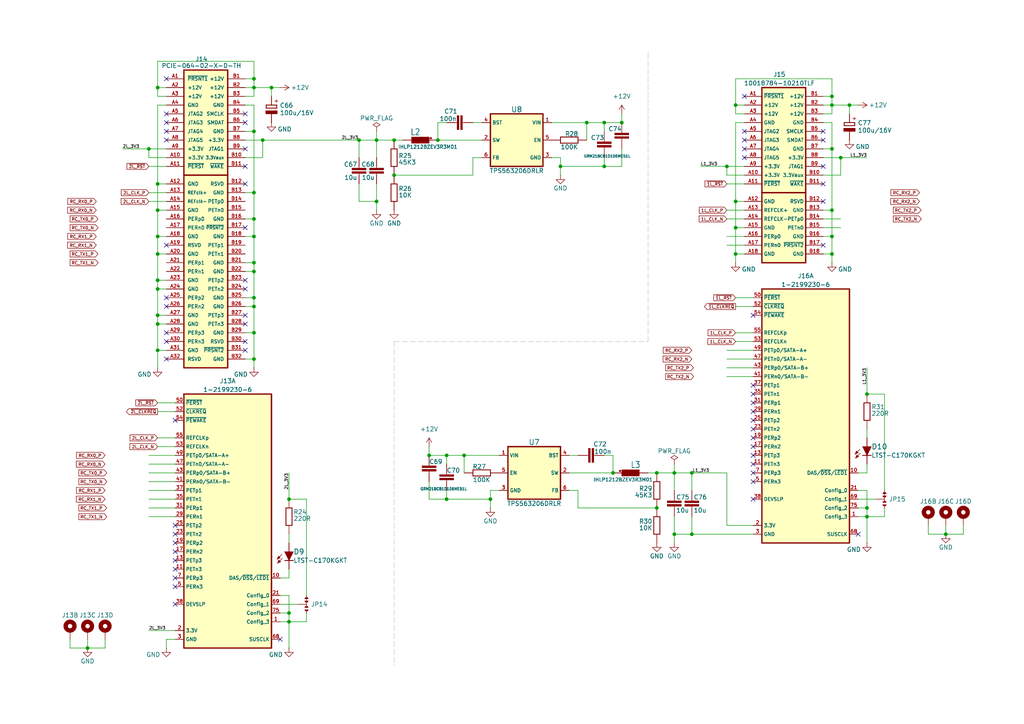
<source format=kicad_sch>
(kicad_sch (version 20231120) (generator "eeschema") (generator_version "8.0")
  (paper "A4")
  (title_block (date "2025-01-28") (rev "r1B1") (company "Chili.CHIPS"))
  (junction (at 175.26 35.56))
  (junction (at 73.66 38.1))
  (junction (at 213.36 58.42))
  (junction (at 213.36 30.48))
  (junction (at 241.3 43.18))
  (junction (at 45.72 81.28))
  (junction (at 83.82 180.34))
  (junction (at 127 40.64))
  (junction (at 73.66 76.2))
  (junction (at 180.34 35.56))
  (junction (at 200.66 137.16))
  (junction (at 190.5 137.16))
  (junction (at 45.72 93.98))
  (junction (at 114.3 40.64))
  (junction (at 251.46 114.3))
  (junction (at 43.18 43.18))
  (junction (at 246.38 30.48))
  (junction (at 175.26 48.26))
  (junction (at 76.2 40.64))
  (junction (at 45.72 25.4))
  (junction (at 73.66 63.5))
  (junction (at 200.66 154.94))
  (junction (at 45.72 83.82))
  (junction (at 83.82 144.78))
  (junction (at 251.46 149.86))
  (junction (at 45.72 73.66))
  (junction (at 177.8 137.16))
  (junction (at 73.66 25.4))
  (junction (at 274.32 154.94))
  (junction (at 213.36 73.66))
  (junction (at 73.66 96.52))
  (junction (at 73.66 55.88))
  (junction (at 243.84 45.72))
  (junction (at 190.5 147.32))
  (junction (at 73.66 68.58))
  (junction (at 114.3 50.8))
  (junction (at 241.3 68.58))
  (junction (at 241.3 60.96))
  (junction (at 73.66 78.74))
  (junction (at 162.56 48.26))
  (junction (at 83.82 177.8))
  (junction (at 73.66 88.9))
  (junction (at 241.3 27.94))
  (junction (at 78.74 25.4))
  (junction (at 73.66 22.86))
  (junction (at 134.62 132.08))
  (junction (at 109.22 58.42))
  (junction (at 241.3 73.66))
  (junction (at 104.14 40.64))
  (junction (at 45.72 91.44))
  (junction (at 195.58 154.94))
  (junction (at 73.66 86.36))
  (junction (at 129.54 132.08))
  (junction (at 251.46 147.32))
  (junction (at 241.3 30.48))
  (junction (at 129.54 144.78))
  (junction (at 73.66 104.14))
  (junction (at 45.72 60.96))
  (junction (at 45.72 101.6))
  (junction (at 25.4 187.96))
  (junction (at 195.58 137.16))
  (junction (at 124.46 132.08))
  (junction (at 45.72 53.34))
  (junction (at 109.22 40.64))
  (junction (at 142.24 144.78))
  (junction (at 170.18 35.56))
  (junction (at 213.36 66.04))
  (junction (at 45.72 68.58))
  (junction (at 210.82 48.26))
  (no_connect (at 50.8 165.1))
  (no_connect (at 238.76 53.34))
  (no_connect (at 215.9 40.64))
  (no_connect (at 238.76 58.42))
  (no_connect (at 48.26 104.14))
  (no_connect (at 71.12 99.06))
  (no_connect (at 71.12 53.34))
  (no_connect (at 48.26 40.64))
  (no_connect (at 50.8 121.92))
  (no_connect (at 215.9 38.1))
  (no_connect (at 48.26 35.56))
  (no_connect (at 218.44 111.76))
  (no_connect (at 248.92 154.94))
  (no_connect (at 238.76 71.12))
  (no_connect (at 218.44 91.44))
  (no_connect (at 218.44 144.78))
  (no_connect (at 71.12 83.82))
  (no_connect (at 50.8 157.48))
  (no_connect (at 218.44 121.92))
  (no_connect (at 71.12 93.98))
  (no_connect (at 238.76 48.26))
  (no_connect (at 215.9 27.94))
  (no_connect (at 218.44 132.08))
  (no_connect (at 238.76 40.64))
  (no_connect (at 215.9 45.72))
  (no_connect (at 48.26 33.02))
  (no_connect (at 48.26 96.52))
  (no_connect (at 71.12 101.6))
  (no_connect (at 71.12 91.44))
  (no_connect (at 218.44 116.84))
  (no_connect (at 50.8 154.94))
  (no_connect (at 48.26 99.06))
  (no_connect (at 50.8 160.02))
  (no_connect (at 50.8 167.64))
  (no_connect (at 71.12 81.28))
  (no_connect (at 50.8 152.4))
  (no_connect (at 71.12 35.56))
  (no_connect (at 48.26 71.12))
  (no_connect (at 218.44 127))
  (no_connect (at 71.12 66.04))
  (no_connect (at 218.44 114.3))
  (no_connect (at 50.8 170.18))
  (no_connect (at 238.76 38.1))
  (no_connect (at 215.9 43.18))
  (no_connect (at 71.12 43.18))
  (no_connect (at 218.44 119.38))
  (no_connect (at 48.26 86.36))
  (no_connect (at 218.44 137.16))
  (no_connect (at 218.44 139.7))
  (no_connect (at 81.28 185.42))
  (no_connect (at 218.44 124.46))
  (no_connect (at 48.26 88.9))
  (no_connect (at 48.26 22.86))
  (no_connect (at 48.26 38.1))
  (no_connect (at 218.44 129.54))
  (no_connect (at 71.12 33.02))
  (no_connect (at 71.12 48.26))
  (no_connect (at 50.8 175.26))
  (no_connect (at 50.8 162.56))
  (no_connect (at 218.44 134.62))
  (wire (pts (xy 81.28 177.8) (xy 83.82 177.8)))
  (wire (pts (xy 45.72 68.58) (xy 48.26 68.58)))
  (wire (pts (xy 213.36 22.86) (xy 213.36 30.48)))
  (wire (pts (xy 73.66 27.94) (xy 71.12 27.94)))
  (wire (pts (xy 45.72 60.96) (xy 45.72 68.58)))
  (wire (pts (xy 256.54 114.3) (xy 256.54 142.24)))
  (wire (pts (xy 71.12 88.9) (xy 73.66 88.9)))
  (wire (pts (xy 71.12 68.58) (xy 73.66 68.58)))
  (wire (pts (xy 45.72 27.94) (xy 48.26 27.94)))
  (wire (pts (xy 241.3 27.94) (xy 241.3 22.86)))
  (wire (pts (xy 134.62 132.08) (xy 134.62 137.16)))
  (wire (pts (xy 241.3 43.18) (xy 241.3 60.96)))
  (wire (pts (xy 210.82 48.26) (xy 210.82 50.8)))
  (wire (pts (xy 210.82 104.14) (xy 218.44 104.14)))
  (wire (pts (xy 73.66 68.58) (xy 73.66 76.2)))
  (wire (pts (xy 43.18 58.42) (xy 48.26 58.42)))
  (wire (pts (xy 175.26 35.56) (xy 170.18 35.56)))
  (wire (pts (xy 109.22 58.42) (xy 104.14 58.42)))
  (wire (pts (xy 274.32 154.94) (xy 279.4 154.94)))
  (wire (pts (xy 45.72 127) (xy 50.8 127)))
  (wire (pts (xy 137.16 50.8) (xy 129.54 50.8)))
  (wire (pts (xy 142.24 142.24) (xy 142.24 144.78)))
  (wire (pts (xy 45.72 68.58) (xy 45.72 73.66)))
  (wire (pts (xy 167.64 142.24) (xy 167.64 147.32)))
  (wire (pts (xy 210.82 68.58) (xy 215.9 68.58)))
  (wire (pts (xy 43.18 139.7) (xy 50.8 139.7)))
  (wire (pts (xy 200.66 137.16) (xy 210.82 137.16)))
  (wire (pts (xy 99.06 40.64) (xy 104.14 40.64)) (stroke (width 0.1524)))
  (wire (pts (xy 48.26 43.18) (xy 43.18 43.18)))
  (wire (pts (xy 251.46 147.32) (xy 251.46 149.86)))
  (wire (pts (xy 78.74 25.4) (xy 81.28 25.4)))
  (wire (pts (xy 251.46 124.46) (xy 251.46 127)))
  (wire (pts (xy 48.26 185.42) (xy 48.26 187.96)))
  (wire (pts (xy 43.18 137.16) (xy 50.8 137.16)))
  (wire (pts (xy 215.9 53.34) (xy 210.82 53.34)))
  (wire (pts (xy 195.58 137.16) (xy 200.66 137.16)) (stroke (width 0.1524)))
  (wire (pts (xy 144.78 142.24) (xy 142.24 142.24)))
  (wire (pts (xy 165.1 132.08) (xy 167.64 132.08)))
  (polyline (pts (xy 114.3 99.06) (xy 187.96 99.06)) (stroke (width 0.1524) (type dash) (color 194 194 194 1)))
  (wire (pts (xy 45.72 25.4) (xy 45.72 27.94)))
  (wire (pts (xy 238.76 35.56) (xy 241.3 35.56)))
  (wire (pts (xy 81.28 172.72) (xy 83.82 172.72)))
  (wire (pts (xy 248.92 149.86) (xy 251.46 149.86)))
  (wire (pts (xy 45.72 91.44) (xy 45.72 93.98)))
  (wire (pts (xy 25.4 187.96) (xy 30.48 187.96)))
  (wire (pts (xy 20.32 185.42) (xy 20.32 187.96)))
  (wire (pts (xy 203.2 48.26) (xy 210.82 48.26)))
  (wire (pts (xy 210.82 50.8) (xy 215.9 50.8)))
  (wire (pts (xy 129.54 50.8) (xy 114.3 50.8)) (stroke (width 0.1524)))
  (wire (pts (xy 43.18 45.72) (xy 43.18 43.18)))
  (wire (pts (xy 129.54 132.08) (xy 129.54 134.62)))
  (wire (pts (xy 109.22 40.64) (xy 104.14 40.64)) (stroke (width 0.1524)))
  (wire (pts (xy 269.24 152.4) (xy 269.24 154.94)))
  (wire (pts (xy 45.72 81.28) (xy 48.26 81.28)))
  (wire (pts (xy 88.9 180.34) (xy 88.9 177.8)))
  (wire (pts (xy 213.36 66.04) (xy 213.36 73.66)))
  (wire (pts (xy 124.46 132.08) (xy 129.54 132.08)))
  (wire (pts (xy 246.38 30.48) (xy 246.38 33.02)))
  (wire (pts (xy 241.3 60.96) (xy 241.3 68.58)))
  (wire (pts (xy 73.66 96.52) (xy 73.66 104.14)))
  (wire (pts (xy 134.62 132.08) (xy 144.78 132.08)))
  (wire (pts (xy 246.38 30.48) (xy 241.3 30.48)))
  (wire (pts (xy 25.4 185.42) (xy 25.4 187.96)))
  (wire (pts (xy 71.12 104.14) (xy 73.66 104.14)))
  (wire (pts (xy 243.84 45.72) (xy 243.84 50.8)))
  (wire (pts (xy 142.24 144.78) (xy 129.54 144.78)))
  (wire (pts (xy 30.48 185.42) (xy 30.48 187.96)))
  (wire (pts (xy 45.72 83.82) (xy 45.72 91.44)))
  (wire (pts (xy 124.46 144.78) (xy 124.46 139.7)))
  (wire (pts (xy 45.72 101.6) (xy 45.72 106.68)))
  (wire (pts (xy 210.82 106.68) (xy 218.44 106.68)))
  (wire (pts (xy 73.66 104.14) (xy 73.66 106.68)))
  (wire (pts (xy 241.3 73.66) (xy 241.3 68.58)))
  (wire (pts (xy 45.72 53.34) (xy 45.72 60.96)))
  (wire (pts (xy 73.66 88.9) (xy 73.66 96.52)))
  (wire (pts (xy 195.58 142.24) (xy 195.58 137.16)) (stroke (width 0.1524)))
  (wire (pts (xy 162.56 45.72) (xy 162.56 48.26)))
  (wire (pts (xy 210.82 152.4) (xy 218.44 152.4)))
  (wire (pts (xy 83.82 180.34) (xy 88.9 180.34)))
  (wire (pts (xy 165.1 142.24) (xy 167.64 142.24)))
  (wire (pts (xy 73.66 38.1) (xy 73.66 55.88)))
  (wire (pts (xy 129.54 132.08) (xy 134.62 132.08)))
  (wire (pts (xy 71.12 40.64) (xy 76.2 40.64)))
  (wire (pts (xy 162.56 48.26) (xy 175.26 48.26)))
  (wire (pts (xy 73.66 30.48) (xy 73.66 38.1)))
  (wire (pts (xy 142.24 144.78) (xy 142.24 147.32)))
  (wire (pts (xy 279.4 152.4) (xy 279.4 154.94)))
  (wire (pts (xy 129.54 35.56) (xy 127 35.56)) (stroke (width 0.1524)))
  (wire (pts (xy 71.12 25.4) (xy 73.66 25.4)))
  (wire (pts (xy 81.28 175.26) (xy 86.36 175.26)))
  (wire (pts (xy 73.66 55.88) (xy 73.66 63.5)))
  (wire (pts (xy 73.66 25.4) (xy 78.74 25.4)))
  (wire (pts (xy 274.32 152.4) (xy 274.32 154.94)))
  (wire (pts (xy 76.2 45.72) (xy 71.12 45.72)))
  (wire (pts (xy 43.18 55.88) (xy 48.26 55.88)))
  (wire (pts (xy 200.66 137.16) (xy 200.66 142.24)))
  (wire (pts (xy 215.9 33.02) (xy 213.36 33.02)))
  (wire (pts (xy 43.18 43.18) (xy 35.56 43.18)))
  (wire (pts (xy 71.12 96.52) (xy 73.66 96.52)))
  (wire (pts (xy 175.26 48.26) (xy 175.26 45.72)))
  (wire (pts (xy 210.82 63.5) (xy 215.9 63.5)))
  (wire (pts (xy 78.74 25.4) (xy 78.74 27.94)))
  (wire (pts (xy 83.82 154.94) (xy 83.82 157.48)))
  (wire (pts (xy 45.72 119.38) (xy 50.8 119.38)))
  (wire (pts (xy 45.72 91.44) (xy 48.26 91.44)))
  (wire (pts (xy 251.46 137.16) (xy 251.46 134.62)))
  (wire (pts (xy 73.66 63.5) (xy 73.66 68.58)))
  (wire (pts (xy 200.66 154.94) (xy 218.44 154.94)))
  (wire (pts (xy 175.26 147.32) (xy 190.5 147.32)) (stroke (width 0.1524)))
  (wire (pts (xy 248.92 30.48) (xy 246.38 30.48)))
  (wire (pts (xy 73.66 86.36) (xy 73.66 88.9)))
  (wire (pts (xy 50.8 185.42) (xy 48.26 185.42)))
  (wire (pts (xy 71.12 76.2) (xy 73.66 76.2)))
  (wire (pts (xy 241.3 30.48) (xy 241.3 33.02)))
  (wire (pts (xy 43.18 144.78) (xy 50.8 144.78)))
  (wire (pts (xy 88.9 144.78) (xy 88.9 172.72)))
  (wire (pts (xy 213.36 73.66) (xy 215.9 73.66)))
  (wire (pts (xy 45.72 30.48) (xy 45.72 53.34)))
  (wire (pts (xy 45.72 60.96) (xy 48.26 60.96)))
  (wire (pts (xy 71.12 30.48) (xy 73.66 30.48)))
  (wire (pts (xy 180.34 35.56) (xy 175.26 35.56)))
  (wire (pts (xy 167.64 147.32) (xy 175.26 147.32)))
  (wire (pts (xy 48.26 45.72) (xy 43.18 45.72)))
  (polyline (pts (xy 187.96 15.24) (xy 187.96 99.06)) (stroke (width 0.1524) (type dash) (color 194 194 194 1)))
  (wire (pts (xy 45.72 83.82) (xy 48.26 83.82)))
  (polyline (pts (xy 114.3 99.06) (xy 114.3 193.04)) (stroke (width 0.1524) (type dash) (color 194 194 194 1)))
  (wire (pts (xy 83.82 167.64) (xy 83.82 165.1)))
  (wire (pts (xy 210.82 60.96) (xy 215.9 60.96)))
  (wire (pts (xy 45.72 101.6) (xy 48.26 101.6)))
  (wire (pts (xy 248.92 137.16) (xy 251.46 137.16)))
  (wire (pts (xy 76.2 40.64) (xy 99.06 40.64)))
  (wire (pts (xy 213.36 58.42) (xy 213.36 66.04)))
  (wire (pts (xy 213.36 96.52) (xy 218.44 96.52)))
  (wire (pts (xy 45.72 116.84) (xy 50.8 116.84)))
  (wire (pts (xy 139.7 35.56) (xy 137.16 35.56)))
  (wire (pts (xy 160.02 45.72) (xy 162.56 45.72)))
  (wire (pts (xy 238.76 66.04) (xy 243.84 66.04)))
  (wire (pts (xy 43.18 134.62) (xy 50.8 134.62)))
  (wire (pts (xy 71.12 55.88) (xy 73.66 55.88)))
  (wire (pts (xy 251.46 106.68) (xy 251.46 114.3)))
  (wire (pts (xy 104.14 40.64) (xy 104.14 45.72)))
  (wire (pts (xy 81.28 167.64) (xy 83.82 167.64)))
  (wire (pts (xy 76.2 40.64) (xy 76.2 45.72)))
  (wire (pts (xy 116.84 40.64) (xy 114.3 40.64)) (stroke (width 0.1524)))
  (wire (pts (xy 137.16 45.72) (xy 137.16 50.8)))
  (wire (pts (xy 73.66 76.2) (xy 73.66 78.74)))
  (wire (pts (xy 241.3 60.96) (xy 238.76 60.96)))
  (wire (pts (xy 45.72 81.28) (xy 45.72 83.82)))
  (wire (pts (xy 195.58 154.94) (xy 195.58 157.48)))
  (wire (pts (xy 165.1 137.16) (xy 177.8 137.16)))
  (wire (pts (xy 210.82 101.6) (xy 218.44 101.6)))
  (wire (pts (xy 104.14 53.34) (xy 104.14 58.42)))
  (wire (pts (xy 45.72 129.54) (xy 50.8 129.54)))
  (wire (pts (xy 73.66 25.4) (xy 73.66 27.94)))
  (wire (pts (xy 215.9 30.48) (xy 213.36 30.48)))
  (wire (pts (xy 243.84 45.72) (xy 238.76 45.72)))
  (wire (pts (xy 238.76 63.5) (xy 243.84 63.5)))
  (wire (pts (xy 45.72 73.66) (xy 48.26 73.66)))
  (wire (pts (xy 215.9 35.56) (xy 213.36 35.56)))
  (wire (pts (xy 124.46 129.54) (xy 124.46 132.08)))
  (wire (pts (xy 238.76 73.66) (xy 241.3 73.66)))
  (wire (pts (xy 109.22 38.1) (xy 109.22 40.64)))
  (wire (pts (xy 269.24 154.94) (xy 274.32 154.94)))
  (wire (pts (xy 170.18 35.56) (xy 170.18 40.64)))
  (wire (pts (xy 241.3 33.02) (xy 238.76 33.02)))
  (wire (pts (xy 251.46 149.86) (xy 251.46 157.48)))
  (wire (pts (xy 73.66 17.78) (xy 73.66 22.86)))
  (wire (pts (xy 45.72 93.98) (xy 48.26 93.98)))
  (wire (pts (xy 162.56 48.26) (xy 162.56 50.8)))
  (wire (pts (xy 170.18 35.56) (xy 160.02 35.56)))
  (wire (pts (xy 180.34 48.26) (xy 180.34 43.18)))
  (wire (pts (xy 213.36 66.04) (xy 215.9 66.04)))
  (wire (pts (xy 256.54 149.86) (xy 256.54 147.32)))
  (wire (pts (xy 213.36 33.02) (xy 213.36 30.48)))
  (wire (pts (xy 213.36 86.36) (xy 218.44 86.36)))
  (wire (pts (xy 139.7 40.64) (xy 127 40.64)))
  (wire (pts (xy 215.9 48.26) (xy 210.82 48.26)))
  (wire (pts (xy 83.82 172.72) (xy 83.82 177.8)))
  (wire (pts (xy 251.46 149.86) (xy 256.54 149.86)))
  (wire (pts (xy 43.18 142.24) (xy 50.8 142.24)))
  (wire (pts (xy 109.22 53.34) (xy 109.22 58.42)) (stroke (width 0.1524)))
  (wire (pts (xy 243.84 50.8) (xy 238.76 50.8)))
  (wire (pts (xy 195.58 154.94) (xy 200.66 154.94)))
  (wire (pts (xy 45.72 53.34) (xy 48.26 53.34)))
  (wire (pts (xy 213.36 88.9) (xy 218.44 88.9)))
  (wire (pts (xy 45.72 93.98) (xy 45.72 101.6)))
  (wire (pts (xy 73.66 22.86) (xy 73.66 25.4)))
  (wire (pts (xy 71.12 86.36) (xy 73.66 86.36)))
  (wire (pts (xy 177.8 132.08) (xy 177.8 137.16)) (stroke (width 0.1524)))
  (wire (pts (xy 248.92 144.78) (xy 254 144.78)))
  (wire (pts (xy 190.5 137.16) (xy 195.58 137.16)) (stroke (width 0.1524)))
  (wire (pts (xy 195.58 134.62) (xy 195.58 137.16)))
  (wire (pts (xy 175.26 132.08) (xy 177.8 132.08)) (stroke (width 0.1524)))
  (wire (pts (xy 241.3 30.48) (xy 238.76 30.48)))
  (wire (pts (xy 45.72 73.66) (xy 45.72 81.28)))
  (wire (pts (xy 109.22 45.72) (xy 109.22 40.64)) (stroke (width 0.1524)))
  (wire (pts (xy 241.3 73.66) (xy 241.3 76.2)))
  (wire (pts (xy 43.18 132.08) (xy 50.8 132.08)))
  (wire (pts (xy 71.12 63.5) (xy 73.66 63.5)))
  (wire (pts (xy 71.12 38.1) (xy 73.66 38.1)))
  (wire (pts (xy 187.96 137.16) (xy 190.5 137.16)) (stroke (width 0.1524)))
  (wire (pts (xy 213.36 35.56) (xy 213.36 58.42)))
  (wire (pts (xy 248.92 147.32) (xy 251.46 147.32)))
  (wire (pts (xy 180.34 33.02) (xy 180.34 35.56)))
  (wire (pts (xy 83.82 144.78) (xy 88.9 144.78)))
  (wire (pts (xy 83.82 180.34) (xy 83.82 187.96)))
  (wire (pts (xy 43.18 149.86) (xy 50.8 149.86)))
  (wire (pts (xy 139.7 45.72) (xy 137.16 45.72)))
  (wire (pts (xy 175.26 48.26) (xy 180.34 48.26)))
  (wire (pts (xy 213.36 99.06) (xy 218.44 99.06)))
  (wire (pts (xy 114.3 40.64) (xy 109.22 40.64)) (stroke (width 0.1524)))
  (wire (pts (xy 45.72 17.78) (xy 73.66 17.78)))
  (wire (pts (xy 210.82 109.22) (xy 218.44 109.22)))
  (wire (pts (xy 73.66 78.74) (xy 73.66 86.36)))
  (wire (pts (xy 43.18 147.32) (xy 50.8 147.32)))
  (wire (pts (xy 175.26 35.56) (xy 175.26 38.1)))
  (wire (pts (xy 248.92 142.24) (xy 251.46 142.24)))
  (wire (pts (xy 43.18 182.88) (xy 50.8 182.88)))
  (wire (pts (xy 241.3 22.86) (xy 213.36 22.86)))
  (wire (pts (xy 215.9 58.42) (xy 213.36 58.42)))
  (wire (pts (xy 83.82 137.16) (xy 83.82 144.78)))
  (wire (pts (xy 129.54 144.78) (xy 124.46 144.78)))
  (wire (pts (xy 243.84 45.72) (xy 251.46 45.72)))
  (wire (pts (xy 127 35.56) (xy 127 40.64)) (stroke (width 0.1524)))
  (wire (pts (xy 81.28 180.34) (xy 83.82 180.34)))
  (wire (pts (xy 129.54 144.78) (xy 129.54 142.24)))
  (wire (pts (xy 109.22 58.42) (xy 109.22 60.96)))
  (wire (pts (xy 238.76 68.58) (xy 241.3 68.58)))
  (wire (pts (xy 251.46 114.3) (xy 256.54 114.3)))
  (wire (pts (xy 43.18 48.26) (xy 48.26 48.26)))
  (wire (pts (xy 83.82 177.8) (xy 83.82 180.34)))
  (wire (pts (xy 195.58 149.86) (xy 195.58 154.94)) (stroke (width 0.1524)))
  (wire (pts (xy 71.12 78.74) (xy 73.66 78.74)))
  (wire (pts (xy 210.82 71.12) (xy 215.9 71.12)))
  (wire (pts (xy 241.3 27.94) (xy 241.3 30.48)))
  (wire (pts (xy 48.26 25.4) (xy 45.72 25.4)))
  (wire (pts (xy 200.66 149.86) (xy 200.66 154.94)))
  (wire (pts (xy 20.32 187.96) (xy 25.4 187.96)))
  (wire (pts (xy 241.3 27.94) (xy 238.76 27.94)))
  (wire (pts (xy 48.26 30.48) (xy 45.72 30.48)))
  (wire (pts (xy 71.12 22.86) (xy 73.66 22.86)))
  (wire (pts (xy 241.3 35.56) (xy 241.3 43.18)))
  (wire (pts (xy 210.82 137.16) (xy 210.82 152.4)))
  (wire (pts (xy 213.36 73.66) (xy 213.36 76.2)))
  (wire (pts (xy 241.3 43.18) (xy 238.76 43.18)))
  (wire (pts (xy 251.46 142.24) (xy 251.46 147.32)))
  (wire (pts (xy 45.72 25.4) (xy 45.72 17.78)))
  (label "L1_3V3" (at 251.46 106.68 270) (effects (font (size 0.889 0.889))))
  (label "2L_3V3" (at 43.18 182.88 0) (effects (font (size 0.889 0.889))))
  (label "2L_3V3" (at 35.56 43.18 0) (effects (font (size 0.889 0.889))))
  (label "2L_3V3" (at 99.06 40.64 0) (effects (font (size 0.889 0.889))))
  (label "L1_3V3" (at 251.46 45.72 180) (effects (font (size 0.889 0.889))))
  (label "2L_3V3" (at 83.82 137.16 270) (effects (font (size 0.889 0.889))))
  (label "L1_3V3" (at 203.2 48.26 0) (effects (font (size 0.889 0.889))))
  (label "L1_3V3" (at 205.74 137.16 180) (effects (font (size 0.889 0.889))))
  (global_label "RC_RX2_P" (shape input) (at 200.66 101.6 180) (effects (font (size 0.889 0.889))) (property "Intersheetrefs" "${INTERSHEET_REFS}" (effects (hide yes))))
  (global_label "RC_RX0_P" (shape input) (at 30.48 132.08 180) (effects (font (size 0.889 0.889))) (property "Intersheetrefs" "${INTERSHEET_REFS}" (effects (hide yes))))
  (global_label "RC_RX1_N" (shape input) (at 30.48 144.78 180) (effects (font (size 0.889 0.889))) (property "Intersheetrefs" "${INTERSHEET_REFS}" (effects (hide yes))))
  (global_label "RC_TX0_N" (shape output) (at 22.86 139.7 0) (effects (font (size 0.889 0.889))) (property "Intersheetrefs" "${INTERSHEET_REFS}" (effects (hide yes))))
  (global_label "~{1L_RST}" (shape input) (at 213.36 86.36 180) (effects (font (size 0.889 0.889))) (property "Intersheetrefs" "${INTERSHEET_REFS}" (effects (hide yes))))
  (global_label "~{2L_RST}" (shape input) (at 45.72 116.84 180) (effects (font (size 0.889 0.889))) (property "Intersheetrefs" "${INTERSHEET_REFS}" (effects (hide yes))))
  (global_label "~{1L_RST}" (shape input) (at 210.82 53.34 180) (effects (font (size 0.889 0.889))) (property "Intersheetrefs" "${INTERSHEET_REFS}" (effects (hide yes))))
  (global_label "RC_RX1_P" (shape input) (at 27.94 68.58 180) (effects (font (size 0.889 0.889))) (property "Intersheetrefs" "${INTERSHEET_REFS}" (effects (hide yes))))
  (global_label "1L_CLK_N" (shape input) (at 213.36 99.06 180) (effects (font (size 0.889 0.889))) (property "Intersheetrefs" "${INTERSHEET_REFS}" (effects (hide yes))))
  (global_label "1L_CLK_P" (shape input) (at 213.36 96.52 180) (effects (font (size 0.889 0.889))) (property "Intersheetrefs" "${INTERSHEET_REFS}" (effects (hide yes))))
  (global_label "1L_CLK_P" (shape input) (at 210.82 60.96 180) (effects (font (size 0.889 0.889))) (property "Intersheetrefs" "${INTERSHEET_REFS}" (effects (hide yes))))
  (global_label "RC_TX2_N" (shape output) (at 193.04 109.22 0) (effects (font (size 0.889 0.889))) (property "Intersheetrefs" "${INTERSHEET_REFS}" (effects (hide yes))))
  (global_label "RC_TX1_N" (shape output) (at 20.32 76.2 0) (effects (font (size 0.889 0.889))) (property "Intersheetrefs" "${INTERSHEET_REFS}" (effects (hide yes))))
  (global_label "RC_TX2_N" (shape output) (at 259.08 63.5 0) (effects (font (size 0.889 0.889))) (property "Intersheetrefs" "${INTERSHEET_REFS}" (effects (hide yes))))
  (global_label "2L_CLK_N" (shape input) (at 43.18 58.42 180) (effects (font (size 0.889 0.889))) (property "Intersheetrefs" "${INTERSHEET_REFS}" (effects (hide yes))))
  (global_label "RC_RX1_P" (shape input) (at 30.48 142.24 180) (effects (font (size 0.889 0.889))) (property "Intersheetrefs" "${INTERSHEET_REFS}" (effects (hide yes))))
  (global_label "RC_RX0_N" (shape input) (at 30.48 134.62 180) (effects (font (size 0.889 0.889))) (property "Intersheetrefs" "${INTERSHEET_REFS}" (effects (hide yes))))
  (global_label "2L_CLK_P" (shape input) (at 45.72 127 180) (effects (font (size 0.889 0.889))) (property "Intersheetrefs" "${INTERSHEET_REFS}" (effects (hide yes))))
  (global_label "RC_TX1_P" (shape output) (at 20.32 73.66 0) (effects (font (size 0.889 0.889))) (property "Intersheetrefs" "${INTERSHEET_REFS}" (effects (hide yes))))
  (global_label "~{2L_RST}" (shape input) (at 43.18 48.26 180) (effects (font (size 0.889 0.889))) (property "Intersheetrefs" "${INTERSHEET_REFS}" (effects (hide yes))))
  (global_label "2L_CLK_P" (shape input) (at 43.18 55.88 180) (effects (font (size 0.889 0.889))) (property "Intersheetrefs" "${INTERSHEET_REFS}" (effects (hide yes))))
  (global_label "RC_TX1_N" (shape output) (at 22.86 149.86 0) (effects (font (size 0.889 0.889))) (property "Intersheetrefs" "${INTERSHEET_REFS}" (effects (hide yes))))
  (global_label "RC_TX2_P" (shape output) (at 193.04 106.68 0) (effects (font (size 0.889 0.889))) (property "Intersheetrefs" "${INTERSHEET_REFS}" (effects (hide yes))))
  (global_label "RC_RX0_P" (shape input) (at 27.94 58.42 180) (effects (font (size 0.889 0.889))) (property "Intersheetrefs" "${INTERSHEET_REFS}" (effects (hide yes))))
  (global_label "~{1L_CLKREQ}" (shape output) (at 213.36 88.9 180) (effects (font (size 0.889 0.889))) (property "Intersheetrefs" "${INTERSHEET_REFS}" (effects (hide yes))))
  (global_label "RC_RX1_N" (shape input) (at 27.94 71.12 180) (effects (font (size 0.889 0.889))) (property "Intersheetrefs" "${INTERSHEET_REFS}" (effects (hide yes))))
  (global_label "RC_TX1_P" (shape output) (at 22.86 147.32 0) (effects (font (size 0.889 0.889))) (property "Intersheetrefs" "${INTERSHEET_REFS}" (effects (hide yes))))
  (global_label "RC_TX2_P" (shape output) (at 259.08 60.96 0) (effects (font (size 0.889 0.889))) (property "Intersheetrefs" "${INTERSHEET_REFS}" (effects (hide yes))))
  (global_label "RC_TX0_P" (shape output) (at 20.32 63.5 0) (effects (font (size 0.889 0.889))) (property "Intersheetrefs" "${INTERSHEET_REFS}" (effects (hide yes))))
  (global_label "~{2L_CLKREQ}" (shape output) (at 45.72 119.38 180) (effects (font (size 0.889 0.889))) (property "Intersheetrefs" "${INTERSHEET_REFS}" (effects (hide yes))))
  (global_label "RC_RX2_P" (shape input) (at 266.7 55.88 180) (effects (font (size 0.889 0.889))) (property "Intersheetrefs" "${INTERSHEET_REFS}" (effects (hide yes))))
  (global_label "RC_RX2_N" (shape input) (at 200.66 104.14 180) (effects (font (size 0.889 0.889))) (property "Intersheetrefs" "${INTERSHEET_REFS}" (effects (hide yes))))
  (global_label "1L_CLK_N" (shape input) (at 210.82 63.5 180) (effects (font (size 0.889 0.889))) (property "Intersheetrefs" "${INTERSHEET_REFS}" (effects (hide yes))))
  (global_label "RC_TX0_P" (shape output) (at 22.86 137.16 0) (effects (font (size 0.889 0.889))) (property "Intersheetrefs" "${INTERSHEET_REFS}" (effects (hide yes))))
  (global_label "RC_TX0_N" (shape output) (at 20.32 66.04 0) (effects (font (size 0.889 0.889))) (property "Intersheetrefs" "${INTERSHEET_REFS}" (effects (hide yes))))
  (global_label "2L_CLK_N" (shape input) (at 45.72 129.54 180) (effects (font (size 0.889 0.889))) (property "Intersheetrefs" "${INTERSHEET_REFS}" (effects (hide yes))))
  (global_label "RC_RX0_N" (shape input) (at 27.94 60.96 180) (effects (font (size 0.889 0.889))) (property "Intersheetrefs" "${INTERSHEET_REFS}" (effects (hide yes))))
  (global_label "RC_RX2_N" (shape input) (at 266.7 58.42 180) (effects (font (size 0.889 0.889))) (property "Intersheetrefs" "${INTERSHEET_REFS}" (effects (hide yes))))
  (symbol (lib_id "PCM_Chili-chips:TPS563202DRLR ") (at 157.48 33.02 0) (mirror y) (unit 1)
    (property "Reference" "U8" (at 149.86 31.75 0) (effects (font (size 1.524 1.524))))
    (property "Value" "TPS563206DRLR" (at 149.86 49.53 0))
    (property "Footprint" "PCM_Chili-chips:SOT_07SDRLR_TEX-L" (effects (hide yes)))
    (property "Description" "4.2V to 17V Input, 3A, Synchronous Buck Converter" (effects (hide yes)))
  )
  (symbol (lib_id "PCM_EEZ_passives:C-EU") (at 134.62 35.56 270) (mirror x) (unit 1)
    (property "Reference" "C71" (at 132.715 33.02 90) (effects (justify right top)))
    (property "Value" "100n" (at 132.461 35.179 90) (effects (justify right top)))
    (property "Footprint" "PCM_EEZ_passives:C_0603_1608Metric" (effects (hide yes)))
    (property "DigiKey" "1276-1000-1-ND" (effects (hide yes)))
    (property "Mouser" "187-CL10B104KB8NNNC " (effects (hide yes)))
    (property "TME" "CL10B104KB8NNNC" (effects (hide yes)))
  )
  (symbol (lib_id "PCM_EEZ_passives:R-EU") (at 190.5 142.24 0) (mirror y) (unit 1)
    (property "Reference" "R29" (at 189.23 140.97 0) (effects (justify left top)))
    (property "Value" "45K3" (at 189.23 142.875 0) (effects (justify left top)))
    (property "Footprint" "PCM_EEZ_passives:R_0603_1608Metric" (effects (hide yes)))
    (property "DigiKey" "P52.3KDBCT-ND" (effects (hide yes)))
    (property "Mouser" "667-ERA-3AEB5232V" (effects (hide yes)))
    (property "TME" "ERA3AEB5232V" (effects (hide yes)))
  )
  (symbol (lib_id "PCM_EEZ_passives:C-EU") (at 180.34 40.64 0) (mirror x) (unit 1)
    (property "Reference" "C74" (at 180.34 38.1 0) (effects (justify right top)))
    (property "Value" "GRM21BC81D106ME51L" (effects (hide yes)))
    (property "Footprint" "PCM_EEZ_passives:C_0805_2012Metric" (effects (hide yes)))
    (property "DigiKey" "1276-1000-1-ND" (effects (hide yes)))
    (property "Mouser" "187-CL10B104KB8NNNC " (effects (hide yes)))
    (property "TME" "CL10B104KB8NNNC" (effects (hide yes)))
  )
  (symbol (lib_id "power:+12V") (at 124.46 129.54 0) (unit 1)
    (property "Reference" "#PWR093" (effects (hide yes)))
    (property "Value" "+12V" (at 124.46 124.46 0))
    (property "Description" "Power symbol creates a global label with name \"+12V\"" (effects (hide yes)))
  )
  (symbol (lib_id "power:GND") (at 195.58 157.48 0) (mirror y) (unit 1)
    (property "Reference" "#PWR098" (effects (hide yes)))
    (property "Value" "GND" (at 195.58 161.29 0))
    (property "Description" "Power symbol creates a global label with name \"GND\" , ground" (effects (hide yes)))
  )
  (symbol (lib_id "PCM_EEZ_passives:C-EU") (at 175.26 43.18 0) (mirror x) (unit 1)
    (property "Reference" "C73" (at 175.26 40.64 0) (effects (justify right top)))
    (property "Value" "GRM21BC81D106ME51L" (at 182.88 45.72 0) (effects (font (size 0.762 0.762)) (justify right top)))
    (property "Footprint" "PCM_EEZ_passives:C_0805_2012Metric" (effects (hide yes)))
    (property "DigiKey" "1276-1000-1-ND" (effects (hide yes)))
    (property "Mouser" "187-CL10B104KB8NNNC " (effects (hide yes)))
    (property "TME" "CL10B104KB8NNNC" (effects (hide yes)))
  )
  (symbol (lib_id "PCM_EEZ_passives:C-EU") (at 104.14 50.8 0) (mirror x) (unit 1)
    (property "Reference" "C67" (at 103.632 48.4124 0) (effects (justify right top)))
    (property "Value" "10u" (at 103.632 52.2224 0) (effects (justify right top)))
    (property "Footprint" "PCM_EEZ_passives:C_0805_2012Metric" (effects (hide yes)))
    (property "DigiKey" "1276-1052-6-ND" (effects (hide yes)))
    (property "Mouser" "187-CL21A106KPFNNNE" (effects (hide yes)))
    (property "TME" "CL21A106KPFNNNE" (effects (hide yes)))
  )
  (symbol (lib_id "power:PWR_FLAG") (at 195.58 134.62 0) (unit 1)
    (property "Reference" "#FLG04" (effects (hide yes)))
    (property "Value" "PWR_FLAG" (at 195.58 130.81 0))
    (property "Description" "Special symbol for telling ERC where power comes from" (effects (hide yes)))
  )
  (symbol (lib_id "PCM_EEZ_passives:C-EU") (at 129.54 139.7 180) (unit 1)
    (property "Reference" "C70" (at 129.54 137.16 0) (effects (justify right top)))
    (property "Value" "GRM21BC81D106ME51L" (at 121.92 142.24 0) (effects (font (size 0.762 0.762)) (justify right top)))
    (property "Footprint" "PCM_EEZ_passives:C_0805_2012Metric" (effects (hide yes)))
    (property "DigiKey" "1276-1000-1-ND" (effects (hide yes)))
    (property "Mouser" "187-CL10B104KB8NNNC " (effects (hide yes)))
    (property "TME" "CL10B104KB8NNNC" (effects (hide yes)))
  )
  (symbol (lib_id "power:GND") (at 78.74 35.56 0) (unit 1)
    (property "Reference" "#PWR088" (effects (hide yes)))
    (property "Value" "GND" (at 82.55 37.465 0))
    (property "Description" "Power symbol creates a global label with name \"GND\" , ground" (effects (hide yes)))
  )
  (symbol (lib_id "PCM_EEZ_passives:R-EU") (at 139.7 137.16 90) (mirror x) (unit 1)
    (property "Reference" "R27" (at 140.97 134.62 90) (effects (justify left top)))
    (property "Value" "100K" (at 142.24 138.43 90) (effects (justify left top)))
    (property "Footprint" "PCM_EEZ_passives:R_0603_1608Metric" (effects (hide yes)))
    (property "DigiKey" "P52.3KDBCT-ND" (effects (hide yes)))
    (property "Mouser" "667-ERA-3AEB5232V" (effects (hide yes)))
    (property "TME" "ERA3AEB5232V" (effects (hide yes)))
  )
  (symbol (lib_id "power:PWR_FLAG") (at 109.22 38.1 0) (mirror y) (unit 1)
    (property "Reference" "#FLG03" (effects (hide yes)))
    (property "Value" "PWR_FLAG" (at 109.22 34.29 0))
    (property "Description" "Special symbol for telling ERC where power comes from" (effects (hide yes)))
  )
  (symbol (lib_id "PCM_EEZ_passives:C-EU") (at 200.66 147.32 180) (unit 1)
    (property "Reference" "C76" (at 201.168 144.9324 0) (effects (justify right top)))
    (property "Value" "10u" (at 201.168 148.7424 0) (effects (justify right top)))
    (property "Footprint" "PCM_EEZ_passives:C_0805_2012Metric" (effects (hide yes)))
    (property "DigiKey" "1276-1052-6-ND" (effects (hide yes)))
    (property "Mouser" "187-CL21A106KPFNNNE" (effects (hide yes)))
    (property "TME" "CL21A106KPFNNNE" (effects (hide yes)))
  )
  (symbol (lib_id "PCM_EEZ_passives:L_EU_polarised") (at 121.92 40.64 0) (mirror y) (unit 1)
    (property "Reference" "L2" (at 121.92 39.2684 0) (effects (font (size 1.778 1.5113)) (justify left bottom)))
    (property "Value" "IHLP1212BZEV3R3M01" (at 132.715 43.18 0) (effects (font (size 1.016 1.016)) (justify left bottom)))
    (property "Footprint" "PCM_Chili-chips:IND_IHLP1212BZER3R3M11" (effects (hide yes)))
    (property "TME" "-" (effects (hide yes)))
  )
  (symbol (lib_id "power:GND") (at 246.38 40.64 0) (unit 1)
    (property "Reference" "#PWR0101" (effects (hide yes)))
    (property "Value" "GND" (at 250.19 42.545 0))
    (property "Description" "Power symbol creates a global label with name \"GND\" , ground" (effects (hide yes)))
  )
  (symbol (lib_id "power:GND") (at 114.3 60.96 0) (unit 1)
    (property "Reference" "#PWR092" (effects (hide yes)))
    (property "Value" "GND" (at 114.3 64.77 0))
    (property "Description" "Power symbol creates a global label with name \"GND\" , ground" (effects (hide yes)))
  )
  (symbol (lib_id "PCM_EEZ_passives:R-EU") (at 114.3 55.88 0) (unit 1)
    (property "Reference" "R26" (at 115.57 53.975 0) (effects (justify left top)))
    (property "Value" "10K" (at 115.57 55.88 0) (effects (justify left top)))
    (property "Footprint" "PCM_EEZ_passives:R_0603_1608Metric" (effects (hide yes)))
    (property "DigiKey" "13-RC0603FR-1310KLCT-ND" (effects (hide yes)))
    (property "Mouser" "603-RC0603FR-1310KL" (effects (hide yes)))
    (property "TME" "RC0603FR-1310KL" (effects (hide yes)))
  )
  (symbol (lib_id "power:GND") (at 213.36 76.2 0) (unit 1)
    (property "Reference" "#PWR099" (effects (hide yes)))
    (property "Value" "GND" (at 217.17 78.105 0))
    (property "Description" "Power symbol creates a global label with name \"GND\" , ground" (effects (hide yes)))
  )
  (symbol (lib_id "PCM_EEZ_passives:C-EU") (at 109.22 50.8 0) (mirror x) (unit 1)
    (property "Reference" "C68" (at 108.712 48.4124 0) (effects (justify right top)))
    (property "Value" "10u" (at 108.712 52.2224 0) (effects (justify right top)))
    (property "Footprint" "PCM_EEZ_passives:C_0805_2012Metric" (effects (hide yes)))
    (property "DigiKey" "1276-1052-6-ND" (effects (hide yes)))
    (property "Mouser" "187-CL21A106KPFNNNE" (effects (hide yes)))
    (property "TME" "CL21A106KPFNNNE" (effects (hide yes)))
  )
  (symbol (lib_id "power:GND") (at 45.72 106.68 0) (mirror y) (unit 1)
    (property "Reference" "#PWR085" (effects (hide yes)))
    (property "Value" "GND" (at 41.91 108.585 0))
    (property "Description" "Power symbol creates a global label with name \"GND\" , ground" (effects (hide yes)))
  )
  (symbol (lib_id "PCM_EEZ_passives:ECAP") (at 246.38 35.56 0) (mirror y) (unit 1)
    (property "Reference" "C77" (at 248.793 34.925 0) (effects (justify right top)))
    (property "Value" "100u/16V" (at 248.793 37.084 0) (effects (justify right top)))
    (property "Footprint" "PCM_EEZ_passives:CAPAE660X610N" (effects (hide yes)))
    (property "DigiKey" "PCE4579CT-ND" (effects (hide yes)))
    (property "Mouser" "667-EEE-1CA101WAP" (effects (hide yes)))
    (property "TME" "EEE1CA101WAP" (effects (hide yes)))
  )
  (symbol (lib_id "PCM_EEZ_discretes:DIODE_LED") (at 251.46 132.08 0) (unit 1)
    (property "Reference" "D10" (at 252.73 129.54 0) (effects (font (size 1.524 1.524)) (justify left)))
    (property "Value" "LTST-C170KGKT" (at 252.73 132.08 0) (effects (justify left)))
    (property "Footprint" "PCM_EEZ_SMD:LED_LTST-C170KGKT_LTO-L" (effects (hide yes)))
    (property "DigiKey" "160-1414-2-ND" (effects (hide yes)))
    (property "Mouser" "859-LTST-C170KGKT" (effects (hide yes)))
    (property "TME" "LTST-C170KGKT" (effects (hide yes)))
  )
  (symbol (lib_id "power:GND") (at 83.82 187.96 0) (mirror y) (unit 1)
    (property "Reference" "#PWR090" (effects (hide yes)))
    (property "Value" "GND" (at 80.01 189.865 0))
    (property "Description" "Power symbol creates a global label with name \"GND\" , ground" (effects (hide yes)))
  )
  (symbol (lib_id "PCM_EEZ_passives:C-EU") (at 124.46 137.16 180) (unit 1)
    (property "Reference" "C69" (at 124.46 134.62 0) (effects (justify right top)))
    (property "Value" "GRM21BC81D106ME51L" (effects (hide yes)))
    (property "Footprint" "PCM_EEZ_passives:C_0805_2012Metric" (effects (hide yes)))
    (property "DigiKey" "1276-1000-1-ND" (effects (hide yes)))
    (property "Mouser" "187-CL10B104KB8NNNC " (effects (hide yes)))
    (property "TME" "CL10B104KB8NNNC" (effects (hide yes)))
  )
  (symbol (lib_id "power:GND") (at 241.3 76.2 0) (unit 1)
    (property "Reference" "#PWR0100" (effects (hide yes)))
    (property "Value" "GND" (at 245.11 78.105 0))
    (property "Description" "Power symbol creates a global label with name \"GND\" , ground" (effects (hide yes)))
  )
  (symbol (lib_id "PCM_Chili-chips:10018784-10210TLF") (at 220.98 25.4 0) (unit 1)
    (property "Reference" "J15" (at 226.06 21.59 0))
    (property "Value" "10018784-10210TLF" (at 226.06 24.13 0))
    (property "Footprint" "PCM_Chili-chips:AMPHENOL_10018784-10210TLF" (effects (hide yes)))
    (property "Description" "PCIe card connector, 36-pins" (effects (hide yes)))
  )
  (symbol (lib_id "PCM_Chili-chips:Bus_M.2_Socket (with holes) 80 mm") (at 20.32 185.42 0) (unit 2)
    (property "Reference" "J13" (at 20.32 178.435 0))
    (property "Value" "1-2199230-6" (effects (hide yes)))
    (property "Footprint" "PCM_Chili-chips:1-2199230-6 with holes (80 mm)" (effects (hide yes)))
  )
  (symbol (lib_id "PCM_EEZ_passives:ECAP") (at 78.74 30.48 0) (mirror y) (unit 1)
    (property "Reference" "C66" (at 81.153 29.845 0) (effects (justify right top)))
    (property "Value" "100u/16V" (at 81.153 32.004 0) (effects (justify right top)))
    (property "Footprint" "PCM_EEZ_passives:CAPAE660X610N" (effects (hide yes)))
    (property "DigiKey" "PCE4579CT-ND" (effects (hide yes)))
    (property "Mouser" "667-EEE-1CA101WAP" (effects (hide yes)))
    (property "TME" "EEE1CA101WAP" (effects (hide yes)))
  )
  (symbol (lib_id "PCM_EEZ_discretes:DIODE_LED") (at 83.82 162.56 0) (unit 1)
    (property "Reference" "D9" (at 85.09 160.02 0) (effects (font (size 1.524 1.524)) (justify left)))
    (property "Value" "LTST-C170KGKT" (at 85.09 162.56 0) (effects (justify left)))
    (property "Footprint" "PCM_EEZ_SMD:LED_LTST-C170KGKT_LTO-L" (effects (hide yes)))
    (property "DigiKey" "160-1414-2-ND" (effects (hide yes)))
    (property "Mouser" "859-LTST-C170KGKT" (effects (hide yes)))
    (property "TME" "LTST-C170KGKT" (effects (hide yes)))
  )
  (symbol (lib_id "power:GND") (at 190.5 157.48 0) (mirror y) (unit 1)
    (property "Reference" "#PWR097" (effects (hide yes)))
    (property "Value" "GND" (at 190.5 161.29 0))
    (property "Description" "Power symbol creates a global label with name \"GND\" , ground" (effects (hide yes)))
  )
  (symbol (lib_id "PCM_EEZ_unsorted:JP3 shorted") (at 256.54 144.78 180) (unit 1) (in_bom no)
    (property "Reference" "JP15" (at 257.81 144.7799 0) (effects (justify right)))
    (property "Value" "n/a" (effects (hide yes)))
    (property "Footprint" "PCM_EEZ_SMD:JP3 shorted" (effects (hide yes)))
  )
  (symbol (lib_id "PCM_Chili-chips:PCIE-064-02-X-D-TH") (at 53.34 20.32 0) (unit 1)
    (property "Reference" "J14" (at 58.42 17.145 0))
    (property "Value" "PCIE-064-02-X-D-TH" (at 58.42 19.05 0))
    (property "Footprint" "PCM_Chili-chips:SAMTEC_PCIE-064-02-X-D-TH" (effects (hide yes)))
    (property "Description" "PCIe card connector, 64-pins" (effects (hide yes)))
  )
  (symbol (lib_id "power:+12V") (at 180.34 33.02 0) (mirror y) (unit 1)
    (property "Reference" "#PWR096" (effects (hide yes)))
    (property "Value" "+12V" (at 180.34 27.94 0))
    (property "Description" "Power symbol creates a global label with name \"+12V\"" (effects (hide yes)))
  )
  (symbol (lib_id "power:GND") (at 109.22 60.96 0) (unit 1)
    (property "Reference" "#PWR091" (effects (hide yes)))
    (property "Value" "GND" (at 109.22 64.77 0))
    (property "Description" "Power symbol creates a global label with name \"GND\" , ground" (effects (hide yes)))
  )
  (symbol (lib_id "power:GND") (at 142.24 147.32 0) (mirror y) (unit 1)
    (property "Reference" "#PWR094" (effects (hide yes)))
    (property "Value" "GND" (at 142.24 151.13 0))
    (property "Description" "Power symbol creates a global label with name \"GND\" , ground" (effects (hide yes)))
  )
  (symbol (lib_id "PCM_EEZ_passives:R-EU") (at 83.82 149.86 0) (mirror x) (unit 1)
    (property "Reference" "R24" (at 85.09 149.225 0) (effects (justify left top)))
    (property "Value" "220R" (at 85.09 151.13 0) (effects (justify left top)))
    (property "Footprint" "PCM_EEZ_passives:R_0603_1608Metric" (effects (hide yes)))
  )
  (symbol (lib_id "power:GND") (at 274.32 154.94 0) (mirror y) (unit 1)
    (property "Reference" "#PWR0104" (effects (hide yes)))
    (property "Value" "GND" (at 274.32 158.75 0))
    (property "Description" "Power symbol creates a global label with name \"GND\" , ground" (effects (hide yes)))
  )
  (symbol (lib_id "power:+12V") (at 81.28 25.4 270) (unit 1)
    (property "Reference" "#PWR089" (effects (hide yes)))
    (property "Value" "+12V" (at 86.995 25.4 90))
    (property "Description" "Power symbol creates a global label with name \"+12V\"" (effects (hide yes)))
  )
  (symbol (lib_id "power:+12V") (at 248.92 30.48 270) (unit 1)
    (property "Reference" "#PWR0102" (effects (hide yes)))
    (property "Value" "+12V" (at 254.635 30.48 90))
    (property "Description" "Power symbol creates a global label with name \"+12V\"" (effects (hide yes)))
  )
  (symbol (lib_id "PCM_EEZ_passives:L_EU_polarised") (at 182.88 137.16 0) (unit 1)
    (property "Reference" "L3" (at 182.88 135.7884 0) (effects (font (size 1.778 1.5113)) (justify left bottom)))
    (property "Value" "IHLP1212BZEV3R3M01" (at 172.085 139.7 0) (effects (font (size 1.016 1.016)) (justify left bottom)))
    (property "Footprint" "PCM_Chili-chips:IND_IHLP1212BZER3R3M11" (effects (hide yes)))
    (property "TME" "-" (effects (hide yes)))
  )
  (symbol (lib_id "PCM_EEZ_passives:R-EU") (at 165.1 40.64 270) (unit 1)
    (property "Reference" "R28" (at 163.83 38.1 90) (effects (justify left top)))
    (property "Value" "100K" (at 162.56 41.91 90) (effects (justify left top)))
    (property "Footprint" "PCM_EEZ_passives:R_0603_1608Metric" (effects (hide yes)))
    (property "DigiKey" "P52.3KDBCT-ND" (effects (hide yes)))
    (property "Mouser" "667-ERA-3AEB5232V" (effects (hide yes)))
    (property "TME" "ERA3AEB5232V" (effects (hide yes)))
  )
  (symbol (lib_id "PCM_Chili-chips:Bus_M.2_Socket (with holes) 80 mm") (at 25.4 185.42 0) (unit 3)
    (property "Reference" "J13" (at 25.4 178.435 0))
    (property "Value" "1-2199230-6" (effects (hide yes)))
    (property "Footprint" "PCM_Chili-chips:1-2199230-6 with holes (80 mm)" (effects (hide yes)))
  )
  (symbol (lib_id "PCM_EEZ_passives:C-EU") (at 195.58 147.32 180) (unit 1)
    (property "Reference" "C75" (at 196.088 144.9324 0) (effects (justify right top)))
    (property "Value" "10u" (at 196.088 148.7424 0) (effects (justify right top)))
    (property "Footprint" "PCM_EEZ_passives:C_0805_2012Metric" (effects (hide yes)))
    (property "DigiKey" "1276-1052-6-ND" (effects (hide yes)))
    (property "Mouser" "187-CL21A106KPFNNNE" (effects (hide yes)))
    (property "TME" "CL21A106KPFNNNE" (effects (hide yes)))
  )
  (symbol (lib_id "PCM_EEZ_passives:C-EU") (at 170.18 132.08 90) (unit 1)
    (property "Reference" "C72" (at 172.085 129.54 90) (effects (justify right top)))
    (property "Value" "100n" (at 172.339 131.699 90) (effects (justify right top)))
    (property "Footprint" "PCM_EEZ_passives:C_0603_1608Metric" (effects (hide yes)))
    (property "DigiKey" "1276-1000-1-ND" (effects (hide yes)))
    (property "Mouser" "187-CL10B104KB8NNNC " (effects (hide yes)))
    (property "TME" "CL10B104KB8NNNC" (effects (hide yes)))
  )
  (symbol (lib_id "PCM_EEZ_unsorted:JP3 shorted") (at 88.9 175.26 180) (unit 1) (in_bom no)
    (property "Reference" "JP14" (at 90.17 175.2599 0) (effects (justify right)))
    (property "Value" "n/a" (effects (hide yes)))
    (property "Footprint" "PCM_EEZ_SMD:JP3 shorted" (effects (hide yes)))
  )
  (symbol (lib_id "power:GND") (at 162.56 50.8 0) (unit 1)
    (property "Reference" "#PWR095" (effects (hide yes)))
    (property "Value" "GND" (at 162.56 54.61 0))
    (property "Description" "Power symbol creates a global label with name \"GND\" , ground" (effects (hide yes)))
  )
  (symbol (lib_id "power:GND") (at 25.4 187.96 0) (mirror y) (unit 1)
    (property "Reference" "#PWR084" (effects (hide yes)))
    (property "Value" "GND" (at 25.4 191.77 0))
    (property "Description" "Power symbol creates a global label with name \"GND\" , ground" (effects (hide yes)))
  )
  (symbol (lib_id "PCM_Chili-chips:Bus_M.2_Socket (with holes) 80 mm") (at 274.32 152.4 0) (unit 3)
    (property "Reference" "J16" (at 274.32 145.415 0))
    (property "Value" "1-2199230-6" (effects (hide yes)))
    (property "Footprint" "PCM_Chili-chips:1-2199230-6 with holes (80 mm)" (effects (hide yes)))
  )
  (symbol (lib_id "PCM_Chili-chips:Bus_M.2_Socket (with holes) 80 mm") (at 279.4 152.4 0) (unit 4)
    (property "Reference" "J16" (at 279.4 145.415 0))
    (property "Value" "1-2199230-6" (effects (hide yes)))
    (property "Footprint" "PCM_Chili-chips:1-2199230-6 with holes (80 mm)" (effects (hide yes)))
  )
  (symbol (lib_id "PCM_EEZ_passives:R-EU") (at 190.5 152.4 0) (mirror y) (unit 1)
    (property "Reference" "R30" (at 189.23 150.495 0) (effects (justify left top)))
    (property "Value" "10K" (at 189.23 152.4 0) (effects (justify left top)))
    (property "Footprint" "PCM_EEZ_passives:R_0603_1608Metric" (effects (hide yes)))
    (property "DigiKey" "13-RC0603FR-1310KLCT-ND" (effects (hide yes)))
    (property "Mouser" "603-RC0603FR-1310KL" (effects (hide yes)))
    (property "TME" "RC0603FR-1310KL" (effects (hide yes)))
  )
  (symbol (lib_id "PCM_EEZ_passives:R-EU") (at 114.3 45.72 0) (unit 1)
    (property "Reference" "R25" (at 115.57 44.45 0) (effects (justify left top)))
    (property "Value" "45K3" (at 115.57 46.355 0) (effects (justify left top)))
    (property "Footprint" "PCM_EEZ_passives:R_0603_1608Metric" (effects (hide yes)))
    (property "DigiKey" "P52.3KDBCT-ND" (effects (hide yes)))
    (property "Mouser" "667-ERA-3AEB5232V" (effects (hide yes)))
    (property "TME" "ERA3AEB5232V" (effects (hide yes)))
  )
  (symbol (lib_id "PCM_Chili-chips:Bus_M.2_Socket (with holes) 80 mm") (at 220.98 83.82 0) (unit 1)
    (property "Reference" "J16" (at 233.68 80.01 0))
    (property "Value" "1-2199230-6" (at 233.68 82.55 0))
    (property "Footprint" "PCM_Chili-chips:1-2199230-6 with holes (80 mm)" (effects (hide yes)))
  )
  (symbol (lib_id "power:GND") (at 73.66 106.68 0) (mirror y) (unit 1)
    (property "Reference" "#PWR087" (effects (hide yes)))
    (property "Value" "GND" (at 69.85 108.585 0))
    (property "Description" "Power symbol creates a global label with name \"GND\" , ground" (effects (hide yes)))
  )
  (symbol (lib_id "power:GND") (at 251.46 157.48 0) (mirror y) (unit 1)
    (property "Reference" "#PWR0103" (effects (hide yes)))
    (property "Value" "GND" (at 247.65 159.385 0))
    (property "Description" "Power symbol creates a global label with name \"GND\" , ground" (effects (hide yes)))
  )
  (symbol (lib_id "power:GND") (at 48.26 187.96 0) (mirror y) (unit 1)
    (property "Reference" "#PWR086" (effects (hide yes)))
    (property "Value" "GND" (at 44.45 189.865 0))
    (property "Description" "Power symbol creates a global label with name \"GND\" , ground" (effects (hide yes)))
  )
  (symbol (lib_id "PCM_Chili-chips:Bus_M.2_Socket (with holes) 80 mm") (at 53.34 114.3 0) (unit 1)
    (property "Reference" "J13" (at 66.04 110.49 0))
    (property "Value" "1-2199230-6" (at 66.04 113.03 0))
    (property "Footprint" "PCM_Chili-chips:1-2199230-6 with holes (80 mm)" (effects (hide yes)))
  )
  (symbol (lib_id "PCM_Chili-chips:TPS563202DRLR ") (at 147.32 129.54 0) (unit 1)
    (property "Reference" "U7" (at 154.94 128.27 0) (effects (font (size 1.524 1.524))))
    (property "Value" "TPS563206DRLR" (at 154.94 146.05 0))
    (property "Footprint" "PCM_Chili-chips:SOT_07SDRLR_TEX-L" (effects (hide yes)))
    (property "Description" "4.2V to 17V Input, 3A, Synchronous Buck Converter" (effects (hide yes)))
  )
  (symbol (lib_id "PCM_EEZ_passives:R-EU") (at 251.46 119.38 0) (mirror x) (unit 1)
    (property "Reference" "R31" (at 252.73 118.745 0) (effects (justify left top)))
    (property "Value" "220R" (at 252.73 120.65 0) (effects (justify left top)))
    (property "Footprint" "PCM_EEZ_passives:R_0603_1608Metric" (effects (hide yes)))
  )
  (symbol (lib_id "PCM_Chili-chips:Bus_M.2_Socket (with holes) 80 mm") (at 269.24 152.4 0) (unit 2)
    (property "Reference" "J16" (at 269.24 145.415 0))
    (property "Value" "1-2199230-6" (effects (hide yes)))
    (property "Footprint" "PCM_Chili-chips:1-2199230-6 with holes (80 mm)" (effects (hide yes)))
  )
  (symbol (lib_id "PCM_Chili-chips:Bus_M.2_Socket (with holes) 80 mm") (at 30.48 185.42 0) (unit 4)
    (property "Reference" "J13" (at 30.48 178.435 0))
    (property "Value" "1-2199230-6" (effects (hide yes)))
    (property "Footprint" "PCM_Chili-chips:1-2199230-6 with holes (80 mm)" (effects (hide yes)))
  )
)
</source>
